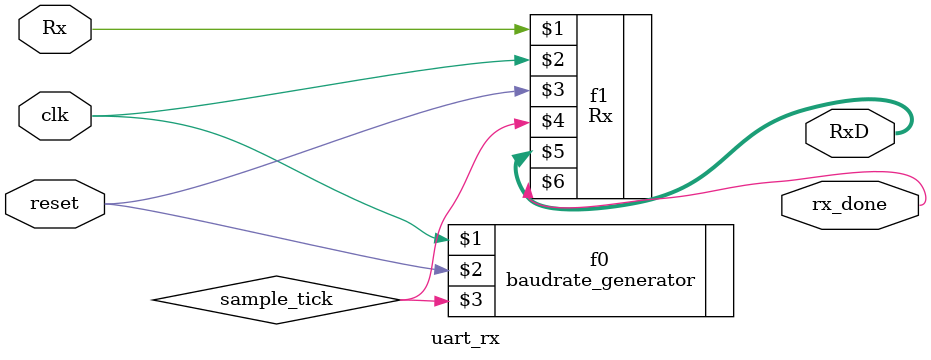
<source format=v>
`timescale 1ns / 1ps

module uart_rx(
    input Rx,
    input clk,
    input reset,
    output [7:0]RxD,
    output rx_done
    );
    
    baudrate_generator f0(clk,reset,sample_tick);
    Rx f1(Rx,clk,reset,sample_tick,RxD,rx_done);
endmodule

</source>
